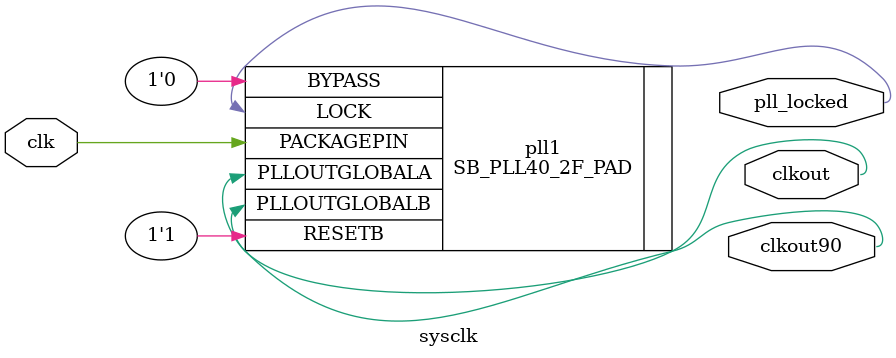
<source format=v>
module sysclk(input clk, output clkout, output clkout90, output pll_locked);

	// 48MHz -> 64MHz (FEEDBACK: NON_SIMPLE)
   SB_PLL40_2F_PAD #(
      .FEEDBACK_PATH("PHASE_AND_DELAY"),
      .DELAY_ADJUSTMENT_MODE_FEEDBACK("FIXED"),
      .DELAY_ADJUSTMENT_MODE_RELATIVE("FIXED"),
      .PLLOUT_SELECT_PORTA("SHIFTREG_0deg"),
      .PLLOUT_SELECT_PORTB("SHIFTREG_90deg"),
      .SHIFTREG_DIV_MODE(1'b0),
      .FDA_FEEDBACK(4'b1111),
      .FDA_RELATIVE(4'b1111),
      .DIVR(4'b0010),
      .DIVF(7'b0000011),
      .DIVQ(3'b100),
      .FILTER_RANGE(3'b001)
   ) pll1 (
      .PACKAGEPIN     (clk          ),
      .PLLOUTGLOBALA  (clkout       ),
      .PLLOUTGLOBALB  (clkout90     ),
      .LOCK           (pll_locked   ),
      .BYPASS         (1'b0         ),
      .RESETB         (1'b1         )
   );

endmodule

</source>
